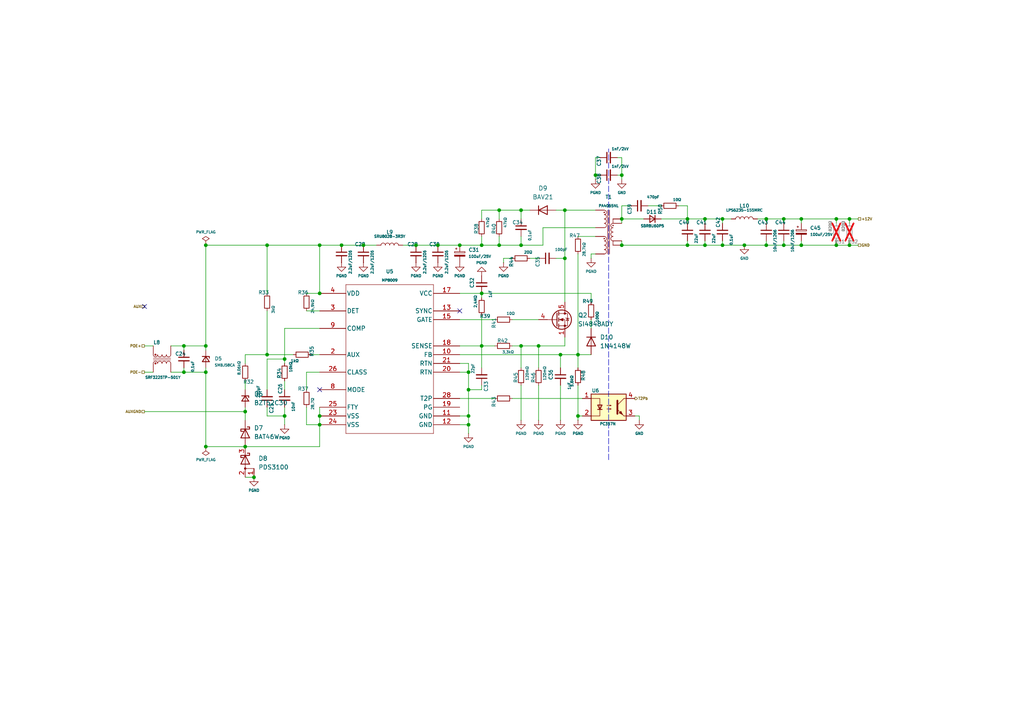
<source format=kicad_sch>
(kicad_sch (version 20250114) (generator "eeschema") (generator_version "9.0")
  (paper "A4")
  (title_block (title "Czujnik parametrów środowiskowych") (date "2026-01-20") (rev "1.0") (company "MarPi82"))
  (junction (at 156.21 100.33))
  (junction (at 227.33 63.5))
  (junction (at 246.38 63.5))
  (junction (at 180.34 63.5))
  (junction (at 105.41 71.12))
  (junction (at 209.55 63.5))
  (junction (at 204.47 71.12))
  (junction (at 59.69 71.12))
  (junction (at 215.9 71.12))
  (junction (at 232.41 71.12))
  (junction (at 172.72 50.8))
  (junction (at 53.34 100.33))
  (junction (at 242.57 63.5))
  (junction (at 144.78 71.12))
  (junction (at 133.35 71.12))
  (junction (at 92.71 71.12))
  (junction (at 199.39 71.12))
  (junction (at 246.38 71.12))
  (junction (at 209.55 71.12))
  (junction (at 127 71.12))
  (junction (at 99.06 71.12))
  (junction (at 139.7 100.33))
  (junction (at 92.71 123.19))
  (junction (at 92.71 85.09))
  (junction (at 242.57 71.12))
  (junction (at 163.83 74.93))
  (junction (at 151.13 60.96))
  (junction (at 71.12 119.38))
  (junction (at 199.39 63.5))
  (junction (at 232.41 63.5))
  (junction (at 82.55 104.14))
  (junction (at 82.55 120.65))
  (junction (at 222.25 63.5))
  (junction (at 135.89 123.19))
  (junction (at 227.33 71.12))
  (junction (at 139.7 85.09))
  (junction (at 222.25 71.12))
  (junction (at 180.34 50.8))
  (junction (at 71.12 129.54))
  (junction (at 151.13 100.33))
  (junction (at 135.89 107.95))
  (junction (at 59.69 100.33))
  (junction (at 135.89 113.03))
  (junction (at 163.83 60.96))
  (junction (at 59.69 129.54))
  (junction (at 151.13 71.12))
  (junction (at 59.69 107.95))
  (junction (at 53.34 107.95))
  (junction (at 92.71 120.65))
  (junction (at 180.34 71.12))
  (junction (at 167.64 102.87))
  (junction (at 204.47 63.5))
  (junction (at 77.47 102.87))
  (junction (at 120.65 71.12))
  (junction (at 167.64 120.65))
  (junction (at 135.89 120.65))
  (junction (at 162.56 102.87))
  (junction (at 77.47 71.12))
  (junction (at 73.66 138.43))
  (junction (at 144.78 60.96))
  (junction (at 139.7 71.12))
  (no_connect (at 92.71 113.03))
  (no_connect (at 41.91 88.9))
  (no_connect (at 133.35 90.17))
  (wire (pts (xy 232.41 71.12) (xy 242.57 71.12)))
  (wire (pts (xy 59.69 106.68) (xy 59.69 107.95)))
  (wire (pts (xy 144.78 60.96) (xy 139.7 60.96)))
  (wire (pts (xy 172.72 52.07) (xy 172.72 50.8)))
  (wire (pts (xy 167.64 68.58) (xy 172.72 68.58)))
  (wire (pts (xy 148.59 92.71) (xy 156.21 92.71)))
  (wire (pts (xy 77.47 118.11) (xy 77.47 120.65)))
  (wire (pts (xy 148.59 74.93) (xy 146.05 74.93)))
  (wire (pts (xy 199.39 69.85) (xy 199.39 71.12)))
  (wire (pts (xy 222.25 71.12) (xy 227.33 71.12)))
  (wire (pts (xy 82.55 123.19) (xy 82.55 120.65)))
  (wire (pts (xy 167.64 120.65) (xy 168.91 120.65)))
  (wire (pts (xy 135.89 107.95) (xy 135.89 113.03)))
  (wire (pts (xy 172.72 45.72) (xy 173.99 45.72)))
  (wire (pts (xy 180.34 59.69) (xy 180.34 63.5)))
  (wire (pts (xy 71.12 102.87) (xy 77.47 102.87)))
  (wire (pts (xy 139.7 113.03) (xy 135.89 113.03)))
  (wire (pts (xy 171.45 85.09) (xy 171.45 87.63)))
  (wire (pts (xy 148.59 115.57) (xy 168.91 115.57)))
  (wire (pts (xy 92.71 95.25) (xy 82.55 95.25)))
  (wire (pts (xy 59.69 107.95) (xy 59.69 129.54)))
  (wire (pts (xy 227.33 63.5) (xy 232.41 63.5)))
  (wire (pts (xy 167.64 111.76) (xy 167.64 120.65)))
  (wire (pts (xy 49.53 100.33) (xy 53.34 100.33)))
  (wire (pts (xy 139.7 113.03) (xy 139.7 111.76)))
  (wire (pts (xy 179.07 45.72) (xy 180.34 45.72)))
  (wire (pts (xy 209.55 71.12) (xy 215.9 71.12)))
  (wire (pts (xy 144.78 60.96) (xy 144.78 63.5)))
  (wire (pts (xy 77.47 113.03) (xy 77.47 104.14)))
  (wire (pts (xy 77.47 71.12) (xy 92.71 71.12)))
  (wire (pts (xy 71.12 119.38) (xy 71.12 121.92)))
  (wire (pts (xy 41.91 100.33) (xy 44.45 100.33)))
  (wire (pts (xy 139.7 100.33) (xy 139.7 106.68)))
  (wire (pts (xy 163.83 100.33) (xy 163.83 97.79)))
  (wire (pts (xy 82.55 110.49) (xy 82.55 113.03)))
  (wire (pts (xy 82.55 118.11) (xy 82.55 120.65)))
  (wire (pts (xy 199.39 71.12) (xy 204.47 71.12)))
  (wire (pts (xy 77.47 71.12) (xy 77.47 85.09)))
  (wire (pts (xy 92.71 129.54) (xy 71.12 129.54)))
  (wire (pts (xy 242.57 63.5) (xy 242.57 64.77)))
  (wire (pts (xy 246.38 63.5) (xy 246.38 64.77)))
  (wire (pts (xy 133.35 107.95) (xy 135.89 107.95)))
  (wire (pts (xy 167.64 102.87) (xy 171.45 102.87)))
  (wire (pts (xy 41.91 107.95) (xy 44.45 107.95)))
  (wire (pts (xy 133.35 92.71) (xy 143.51 92.71)))
  (wire (pts (xy 242.57 71.12) (xy 246.38 71.12)))
  (wire (pts (xy 144.78 71.12) (xy 151.13 71.12)))
  (wire (pts (xy 148.59 100.33) (xy 151.13 100.33)))
  (wire (pts (xy 222.25 63.5) (xy 222.25 64.77)))
  (wire (pts (xy 219.71 63.5) (xy 222.25 63.5)))
  (wire (pts (xy 49.53 107.95) (xy 53.34 107.95)))
  (wire (pts (xy 139.7 85.09) (xy 139.7 86.36)))
  (wire (pts (xy 180.34 45.72) (xy 180.34 50.8)))
  (wire (pts (xy 242.57 69.85) (xy 242.57 71.12)))
  (wire (pts (xy 187.96 59.69) (xy 191.77 59.69)))
  (wire (pts (xy 85.09 102.87) (xy 77.47 102.87)))
  (wire (pts (xy 92.71 120.65) (xy 92.71 123.19)))
  (wire (pts (xy 133.35 115.57) (xy 143.51 115.57)))
  (wire (pts (xy 167.64 102.87) (xy 167.64 106.68)))
  (wire (pts (xy 157.48 66.04) (xy 157.48 71.12)))
  (wire (pts (xy 184.15 120.65) (xy 185.42 120.65)))
  (wire (pts (xy 41.91 119.38) (xy 71.12 119.38)))
  (wire (pts (xy 151.13 100.33) (xy 151.13 106.68)))
  (wire (pts (xy 171.45 73.66) (xy 172.72 73.66)))
  (wire (pts (xy 180.34 69.85) (xy 180.34 71.12)))
  (wire (pts (xy 144.78 68.58) (xy 144.78 71.12)))
  (wire (pts (xy 180.34 63.5) (xy 186.69 63.5)))
  (wire (pts (xy 232.41 63.5) (xy 232.41 64.77)))
  (wire (pts (xy 171.45 92.71) (xy 171.45 95.25)))
  (wire (pts (xy 135.89 113.03) (xy 135.89 120.65)))
  (wire (pts (xy 196.85 59.69) (xy 199.39 59.69)))
  (wire (pts (xy 162.56 102.87) (xy 162.56 106.68)))
  (wire (pts (xy 151.13 60.96) (xy 144.78 60.96)))
  (wire (pts (xy 151.13 111.76) (xy 151.13 121.92)))
  (wire (pts (xy 204.47 63.5) (xy 209.55 63.5)))
  (wire (pts (xy 232.41 69.85) (xy 232.41 71.12)))
  (wire (pts (xy 88.9 107.95) (xy 88.9 113.03)))
  (wire (pts (xy 139.7 71.12) (xy 144.78 71.12)))
  (wire (pts (xy 151.13 71.12) (xy 151.13 68.58)))
  (wire (pts (xy 133.35 102.87) (xy 162.56 102.87)))
  (wire (pts (xy 53.34 100.33) (xy 59.69 100.33)))
  (wire (pts (xy 246.38 71.12) (xy 248.92 71.12)))
  (wire (pts (xy 163.83 60.96) (xy 172.72 60.96)))
  (wire (pts (xy 59.69 100.33) (xy 59.69 101.6)))
  (wire (pts (xy 246.38 63.5) (xy 248.92 63.5)))
  (wire (pts (xy 172.72 50.8) (xy 172.72 45.72)))
  (wire (pts (xy 90.17 102.87) (xy 92.71 102.87)))
  (wire (pts (xy 222.25 63.5) (xy 227.33 63.5)))
  (wire (pts (xy 215.9 71.12) (xy 222.25 71.12)))
  (wire (pts (xy 204.47 63.5) (xy 204.47 64.77)))
  (wire (pts (xy 157.48 71.12) (xy 151.13 71.12)))
  (wire (pts (xy 156.21 100.33) (xy 163.83 100.33)))
  (wire (pts (xy 182.88 59.69) (xy 180.34 59.69)))
  (wire (pts (xy 153.67 74.93) (xy 156.21 74.93)))
  (wire (pts (xy 133.35 105.41) (xy 135.89 105.41)))
  (wire (pts (xy 246.38 69.85) (xy 246.38 71.12)))
  (wire (pts (xy 227.33 69.85) (xy 227.33 71.12)))
  (wire (pts (xy 92.71 107.95) (xy 88.9 107.95)))
  (wire (pts (xy 209.55 69.85) (xy 209.55 71.12)))
  (wire (pts (xy 156.21 100.33) (xy 156.21 106.68)))
  (wire (pts (xy 139.7 85.09) (xy 171.45 85.09)))
  (wire (pts (xy 180.34 71.12) (xy 199.39 71.12)))
  (wire (pts (xy 151.13 100.33) (xy 156.21 100.33)))
  (wire (pts (xy 116.84 71.12) (xy 120.65 71.12)))
  (wire (pts (xy 135.89 120.65) (xy 133.35 120.65)))
  (wire (pts (xy 77.47 120.65) (xy 82.55 120.65)))
  (wire (pts (xy 163.83 74.93) (xy 163.83 87.63)))
  (wire (pts (xy 92.71 123.19) (xy 92.71 129.54)))
  (wire (pts (xy 133.35 71.12) (xy 139.7 71.12)))
  (wire (pts (xy 135.89 125.73) (xy 135.89 123.19)))
  (wire (pts (xy 179.07 50.8) (xy 180.34 50.8)))
  (wire (pts (xy 53.34 107.95) (xy 59.69 107.95)))
  (wire (pts (xy 92.71 118.11) (xy 92.71 120.65)))
  (wire (pts (xy 162.56 111.76) (xy 162.56 121.92)))
  (wire (pts (xy 71.12 105.41) (xy 71.12 102.87)))
  (wire (pts (xy 133.35 100.33) (xy 139.7 100.33)))
  (wire (pts (xy 53.34 100.33) (xy 53.34 101.6)))
  (wire (pts (xy 232.41 63.5) (xy 242.57 63.5)))
  (wire (pts (xy 82.55 95.25) (xy 82.55 104.14)))
  (wire (pts (xy 180.34 63.5) (xy 180.34 64.77)))
  (wire (pts (xy 153.67 60.96) (xy 151.13 60.96)))
  (wire (pts (xy 227.33 71.12) (xy 232.41 71.12)))
  (wire (pts (xy 204.47 71.12) (xy 209.55 71.12)))
  (polyline (pts (xy 176.53 133.35) (xy 176.53 43.18)) (stroke (width 0) (type dash)))
  (wire (pts (xy 53.34 106.68) (xy 53.34 107.95)))
  (wire (pts (xy 161.29 74.93) (xy 163.83 74.93)))
  (wire (pts (xy 71.12 110.49) (xy 71.12 113.03)))
  (wire (pts (xy 146.05 74.93) (xy 146.05 76.2)))
  (wire (pts (xy 127 71.12) (xy 133.35 71.12)))
  (wire (pts (xy 199.39 63.5) (xy 204.47 63.5)))
  (wire (pts (xy 77.47 104.14) (xy 82.55 104.14)))
  (wire (pts (xy 191.77 63.5) (xy 199.39 63.5)))
  (wire (pts (xy 209.55 63.5) (xy 212.09 63.5)))
  (wire (pts (xy 180.34 50.8) (xy 180.34 52.07)))
  (wire (pts (xy 133.35 123.19) (xy 135.89 123.19)))
  (wire (pts (xy 88.9 85.09) (xy 92.71 85.09)))
  (wire (pts (xy 199.39 63.5) (xy 199.39 64.77)))
  (wire (pts (xy 139.7 68.58) (xy 139.7 71.12)))
  (wire (pts (xy 99.06 71.12) (xy 105.41 71.12)))
  (wire (pts (xy 209.55 63.5) (xy 209.55 64.77)))
  (wire (pts (xy 163.83 60.96) (xy 163.83 74.93)))
  (wire (pts (xy 135.89 105.41) (xy 135.89 107.95)))
  (wire (pts (xy 222.25 69.85) (xy 222.25 71.12)))
  (wire (pts (xy 227.33 63.5) (xy 227.33 64.77)))
  (wire (pts (xy 59.69 100.33) (xy 59.69 71.12)))
  (wire (pts (xy 199.39 59.69) (xy 199.39 63.5)))
  (wire (pts (xy 242.57 63.5) (xy 246.38 63.5)))
  (wire (pts (xy 204.47 69.85) (xy 204.47 71.12)))
  (wire (pts (xy 59.69 71.12) (xy 77.47 71.12)))
  (wire (pts (xy 73.66 138.43) (xy 71.12 138.43)))
  (wire (pts (xy 135.89 123.19) (xy 135.89 120.65)))
  (wire (pts (xy 172.72 66.04) (xy 157.48 66.04)))
  (wire (pts (xy 161.29 60.96) (xy 163.83 60.96)))
  (wire (pts (xy 162.56 102.87) (xy 167.64 102.87)))
  (wire (pts (xy 71.12 118.11) (xy 71.12 119.38)))
  (wire (pts (xy 171.45 74.93) (xy 171.45 73.66)))
  (wire (pts (xy 139.7 60.96) (xy 139.7 63.5)))
  (wire (pts (xy 133.35 85.09) (xy 139.7 85.09)))
  (wire (pts (xy 71.12 129.54) (xy 59.69 129.54)))
  (wire (pts (xy 92.71 71.12) (xy 92.71 85.09)))
  (wire (pts (xy 92.71 71.12) (xy 99.06 71.12)))
  (wire (pts (xy 167.64 120.65) (xy 167.64 121.92)))
  (wire (pts (xy 120.65 71.12) (xy 127 71.12)))
  (wire (pts (xy 105.41 71.12) (xy 109.22 71.12)))
  (wire (pts (xy 139.7 91.44) (xy 139.7 100.33)))
  (wire (pts (xy 77.47 102.87) (xy 77.47 90.17)))
  (wire (pts (xy 82.55 104.14) (xy 82.55 105.41)))
  (wire (pts (xy 185.42 120.65) (xy 185.42 121.92)))
  (wire (pts (xy 88.9 123.19) (xy 88.9 118.11)))
  (wire (pts (xy 88.9 90.17) (xy 92.71 90.17)))
  (wire (pts (xy 172.72 50.8) (xy 173.99 50.8)))
  (wire (pts (xy 139.7 100.33) (xy 143.51 100.33)))
  (wire (pts (xy 167.64 102.87) (xy 167.64 73.66)))
  (wire (pts (xy 156.21 111.76) (xy 156.21 121.92)))
  (wire (pts (xy 92.71 123.19) (xy 88.9 123.19)))
  (wire (pts (xy 151.13 60.96) (xy 151.13 63.5)))
  (hierarchical_label "GND" (shape passive) (at 248.92 71.12 0) (effects (font (size 0.762 0.762))))
  (hierarchical_label "POE+" (shape passive) (at 41.91 100.33 180) (effects (font (size 0.762 0.762))))
  (hierarchical_label "AUX" (shape passive) (at 41.91 88.9 180) (effects (font (size 0.762 0.762))))
  (hierarchical_label "T2Pb" (shape output) (at 184.15 115.57 0) (effects (font (size 0.762 0.762))))
  (hierarchical_label "+12V" (shape passive) (at 248.92 63.5 0) (effects (font (size 0.762 0.762))))
  (hierarchical_label "AUXGND" (shape passive) (at 41.91 119.38 180) (effects (font (size 0.762 0.762))))
  (hierarchical_label "POE-" (shape passive) (at 41.91 107.95 180) (effects (font (size 0.762 0.762))))
  (symbol (lib_id "power:GND") (at 167.64 121.92 0) (unit 1)
    (property "Reference" "#PWR064" (effects (hide yes)))
    (property "Value" "PGND" (at 167.64 125.73 0) (effects (font (size 0.762 0.762))))
    (property "Description" "Power symbol creates a global label with name \"GND\" , ground" (effects (hide yes)))
  )
  (symbol (lib_id "Device:C_Small") (at 82.55 115.57 0) (unit 1)
    (property "Reference" "C26" (at 81.28 114.3 90) (effects (font (size 1.016 1.016)) (justify left)))
    (property "Value" "10nF" (at 85.09 119.38 90) (effects (font (size 0.762 0.762)) (justify left)))
    (property "Footprint" "Capacitor_SMD:C_0603_1608Metric" (effects (hide yes)))
    (property "Description" "Unpolarized capacitor, small symbol" (effects (hide yes)))
    (property "DigiKey_Part_Number" "1276-1009-1-ND" (effects (hide yes)))
    (property "Rated_Voltage" "50V" (effects (hide yes)))
    (property "Temperature_Coefficient" "X7R" (effects (hide yes)))
    (property "Manufacturer_Name" "CL10B103KB8NNNC" (effects (hide yes)))
    (property "Manufacturer_Part_Number" "Samsung" (effects (hide yes)))
    (property "PACKAGE" "0603" (effects (hide yes)))
  )
  (symbol (lib_id "Device:C_Small") (at 139.7 82.55 0) (unit 1)
    (property "Reference" "C32" (at 136.906 83.566 90) (effects (font (size 1.016 1.016)) (justify left)))
    (property "Value" "1uF" (at 142.24 86.36 90) (effects (font (size 0.762 0.762)) (justify left)))
    (property "Footprint" "Capacitor_SMD:C_0805_2012Metric" (effects (hide yes)))
    (property "Description" "Unpolarized capacitor, small symbol" (effects (hide yes)))
    (property "DigiKey_Part_Number" "1276-1066-1-ND" (effects (hide yes)))
    (property "Manufacturer_Name" "CL21B105KAFNNNE" (effects (hide yes)))
    (property "Manufacturer_Part_Number" "Samsung" (effects (hide yes)))
    (property "PACKAGE" "0805" (effects (hide yes)))
    (property "Rated_Voltage" "25V" (effects (hide yes)))
    (property "Temperature_Coefficient" "X7R" (effects (hide yes)))
  )
  (symbol (lib_id "MarPi82:MP8009") (at 92.71 87.63 0) (unit 1)
    (property "Reference" "U5" (at 113.03 78.74 0) (effects (font (size 1.016 1.016))))
    (property "Value" "MP8009" (at 113.03 81.28 0) (effects (font (size 0.762 0.762))))
    (property "Footprint" "Package_DFN_QFN:QFN-28-1EP_4x5mm_P0.5mm_EP2.65x3.65mm_ThermalVias" (effects (hide yes)))
    (property "Datasheet" "https://www.monolithicpower.com/en/documentview/productdocument/index/version/2/document_type/Datasheet/lang/en/sku/MP8009GV-Z" (effects (hide yes)))
    (property "Description" "FULLY INTEGRATED, 802.3AF/AT-COM" (effects (hide yes)))
    (property "DigiKey_Part_Number" "1589-MP8009GV-PCT-ND" (effects (hide yes)))
    (property "Manufacturer_Name" "MP8009GV-P" (effects (hide yes)))
    (property "Manufacturer_Part_Number" "Monolithic Power Systems Inc." (effects (hide yes)))
    (property "PACKAGE" "28-VFQFN" (effects (hide yes)))
  )
  (symbol (lib_id "Device:R_Small") (at 151.13 74.93 90) (unit 1)
    (property "Reference" "R44" (at 148.336 77.47 0) (effects (font (size 1.016 1.016)) (justify left)))
    (property "Value" "20Ω" (at 154.432 73.152 90) (effects (font (size 0.762 0.762)) (justify left)))
    (property "Footprint" "Resistor_SMD:R_0805_2012Metric" (effects (hide yes)))
    (property "Description" "Resistor, small symbol" (effects (hide yes)))
    (property "DigiKey_Part_Number" "541-20.0CCT-ND" (effects (hide yes)))
    (property "Power" "0,25W, 1/4W" (effects (hide yes)))
    (property "Tolerance" "1%" (effects (hide yes)))
    (property "Manufacturer_Name" "CRCW080520R0FKEA" (effects (hide yes)))
    (property "Manufacturer_Part_Number" "Vishay Dale" (effects (hide yes)))
    (property "PACKAGE" "0805" (effects (hide yes)))
  )
  (symbol (lib_id "Device:R_Small") (at 82.55 107.95 180) (unit 1)
    (property "Reference" "R34" (at 81.026 106.68 90) (effects (font (size 1.016 1.016)) (justify left)))
    (property "Value" "10kΩ" (at 84.328 104.902 90) (effects (font (size 0.762 0.762)) (justify left)))
    (property "Footprint" "Resistor_SMD:R_0603_1608Metric" (effects (hide yes)))
    (property "Description" "Resistor, small symbol" (effects (hide yes)))
    (property "DigiKey_Part_Number" "541-10.0KHCT-ND" (effects (hide yes)))
    (property "Power" "0.125W, 1/8W" (effects (hide yes)))
    (property "Tolerance" "1%" (effects (hide yes)))
    (property "Manufacturer_Name" "CRCW060310K0FKEA" (effects (hide yes)))
    (property "Manufacturer_Part_Number" "Vishay Dale" (effects (hide yes)))
    (property "PACKAGE" "0603" (effects (hide yes)))
  )
  (symbol (lib_id "Device:D_Zener_Small") (at 59.69 104.14 270) (unit 1)
    (property "Reference" "D5" (at 62.23 104.0129 90) (effects (font (size 1.016 1.016)) (justify left)))
    (property "Value" "SMBJ58CA" (at 62.23 105.918 90) (effects (font (size 0.762 0.762)) (justify left)))
    (property "Footprint" "Diode_SMD:D_SMB" (effects (hide yes)))
    (property "Description" "Zener diode, small symbol" (effects (hide yes)))
    (property "DigiKey_Part_Number" "SMBJ58CA-FDICT-ND" (effects (hide yes)))
    (property "Manufacturer_Name" "SMBJ58CA-13-F" (effects (hide yes)))
    (property "Manufacturer_Part_Number" "Diodes Incorporated" (effects (hide yes)))
    (property "PACKAGE" "DO-214AA, SMB" (effects (hide yes)))
  )
  (symbol (lib_id "Device:R_Small") (at 156.21 109.22 180) (unit 1)
    (property "Reference" "R46" (at 154.686 107.95 90) (effects (font (size 1.016 1.016)) (justify left)))
    (property "Value" "120mΩ" (at 157.988 106.172 90) (effects (font (size 0.762 0.762)) (justify left)))
    (property "Footprint" "Resistor_SMD:R_1206_3216Metric" (effects (hide yes)))
    (property "Description" "Resistor, small symbol" (effects (hide yes)))
    (property "DigiKey_Part_Number" "541-2741-1-ND" (effects (hide yes)))
    (property "Power" "0,5W, 1/2W" (effects (hide yes)))
    (property "Tolerance" "1%" (effects (hide yes)))
    (property "Manufacturer_Name" "RCWE1206R120FKEA" (effects (hide yes)))
    (property "Manufacturer_Part_Number" "Vishay Dale" (effects (hide yes)))
    (property "PACKAGE" "1206" (effects (hide yes)))
  )
  (symbol (lib_id "Device:D_Schottky_AAK") (at 71.12 133.35 270) (unit 1)
    (property "Reference" "D8" (at 74.93 132.9689 90) (effects (justify left)))
    (property "Value" "PDS3100" (at 74.93 135.5089 90) (effects (justify left)))
    (property "Footprint" "Diode_SMD:D_PowerDI-5" (effects (hide yes)))
    (property "Description" "Schottky diode, anode on pins 1 and 2" (effects (hide yes)))
    (property "DigiKey_Part_Number" "PDS3100DICT-ND" (effects (hide yes)))
    (property "Manufacturer_Name" "PDS3100-13" (effects (hide yes)))
    (property "Manufacturer_Part_Number" "Diodes Incorporated" (effects (hide yes)))
    (property "PACKAGE" "POWERDI-5" (effects (hide yes)))
  )
  (symbol (lib_id "Device:R_Small") (at 167.64 109.22 0) (unit 1)
    (property "Reference" "R48" (at 169.164 110.49 90) (effects (font (size 1.016 1.016)) (justify left)))
    (property "Value" "5,6kΩ" (at 165.862 112.268 90) (effects (font (size 0.762 0.762)) (justify left)))
    (property "Footprint" "Resistor_SMD:R_0603_1608Metric" (effects (hide yes)))
    (property "Description" "Resistor, small symbol" (effects (hide yes)))
    (property "DigiKey_Part_Number" "541-5.60KHCT-ND" (effects (hide yes)))
    (property "Power" "0.25W, 1/4W" (effects (hide yes)))
    (property "Tolerance" "1%" (effects (hide yes)))
    (property "Manufacturer_Name" "CRCW06035K60FKEA" (effects (hide yes)))
    (property "Manufacturer_Part_Number" "Vishay Dale" (effects (hide yes)))
    (property "PACKAGE" "0805" (effects (hide yes)))
  )
  (symbol (lib_id "power:GND") (at 133.35 76.2 0) (unit 1)
    (property "Reference" "#PWR057" (effects (hide yes)))
    (property "Value" "PGND" (at 133.35 80.01 0) (effects (font (size 0.762 0.762))))
    (property "Description" "Power symbol creates a global label with name \"GND\" , ground" (effects (hide yes)))
  )
  (symbol (lib_id "Diode:BAV21") (at 157.48 60.96 0) (unit 1)
    (property "Reference" "D9" (at 157.48 54.61 0))
    (property "Value" "BAV21" (at 157.48 57.15 0))
    (property "Footprint" "Diode_SMD:D_SOD-123" (effects (hide yes)))
    (property "Datasheet" "http://www.vishay.com/docs/85543/bav17.pdf" (effects (hide yes)))
    (property "Description" "200V 0.25A Small Signal Switching Diode, High Voltage, DO-35" (effects (hide yes)))
    (property "Sim.Device" "D" (effects (hide yes)))
    (property "Sim.Pins" "1=K 2=A" (effects (hide yes)))
    (property "DigiKey_Part_Number" "BAV21W-FDICT-ND" (effects (hide yes)))
    (property "Manufacturer_Name" "BAV21W-7-F" (effects (hide yes)))
    (property "Manufacturer_Part_Number" "Diodes Incorporated" (effects (hide yes)))
    (property "PACKAGE" "SOD-123" (effects (hide yes)))
  )
  (symbol (lib_id "Device:R_Small") (at 246.38 67.31 180) (unit 1) (dnp yes)
    (property "Reference" "R52" (at 248.92 70.104 0) (effects (font (size 1.016 1.016)) (justify left)))
    (property "Value" "820Ω" (at 244.602 64.008 90) (effects (font (size 0.762 0.762)) (justify left)))
    (property "Footprint" "Resistor_SMD:R_1206_3216Metric" (effects (hide yes)))
    (property "Description" "Resistor, small symbol" (effects (hide yes)))
    (property "DigiKey_Part_Number" "541-820UCT-ND" (effects (hide yes)))
    (property "Power" "0.75W, 3/4W" (effects (hide yes)))
    (property "Tolerance" "1%" (effects (hide yes)))
    (property "Manufacturer_Name" "CRCW1206820RFKEAHP" (effects (hide yes)))
    (property "Manufacturer_Part_Number" "Vishay Dale" (effects (hide yes)))
    (property "PACKAGE" "1206" (effects (hide yes)))
  )
  (symbol (lib_id "Device:C_Small") (at 227.33 67.31 0) (unit 1)
    (property "Reference" "C44" (at 224.79 64.516 0) (effects (font (size 1.016 1.016)) (justify left)))
    (property "Value" "10uF/1206" (at 229.87 73.152 90) (effects (font (size 0.762 0.762)) (justify left)))
    (property "Footprint" "Capacitor_SMD:C_1210_3225Metric" (effects (hide yes)))
    (property "Description" "Unpolarized capacitor, small symbol" (effects (hide yes)))
    (property "DigiKey_Part_Number" "445-3942-1-ND" (effects (hide yes)))
    (property "Rated_Voltage" "25V" (effects (hide yes)))
    (property "Temperature_Coefficient" "X7R" (effects (hide yes)))
    (property "Manufacturer_Name" "C3225X7R1E106K250AC" (effects (hide yes)))
    (property "Manufacturer_Part_Number" "TDK" (effects (hide yes)))
    (property "PACKAGE" "1210" (effects (hide yes)))
  )
  (symbol (lib_id "Device:R_Small") (at 151.13 109.22 180) (unit 1)
    (property "Reference" "R45" (at 149.606 107.95 90) (effects (font (size 1.016 1.016)) (justify left)))
    (property "Value" "120mΩ" (at 152.908 106.172 90) (effects (font (size 0.762 0.762)) (justify left)))
    (property "Footprint" "Resistor_SMD:R_1206_3216Metric" (effects (hide yes)))
    (property "Description" "Resistor, small symbol" (effects (hide yes)))
    (property "DigiKey_Part_Number" "541-2741-1-ND" (effects (hide yes)))
    (property "Power" "0,5W, 1/2W" (effects (hide yes)))
    (property "Tolerance" "1%" (effects (hide yes)))
    (property "Manufacturer_Name" "RCWE1206R120FKEA" (effects (hide yes)))
    (property "Manufacturer_Part_Number" "Vishay Dale" (effects (hide yes)))
    (property "PACKAGE" "1206" (effects (hide yes)))
  )
  (symbol (lib_id "MarPi82:SRF3225TAC_BRN") (at 40.64 100.33 0) (unit 1)
    (property "Reference" "L8" (at 45.466 99.314 0) (effects (font (size 1.016 1.016))))
    (property "Value" "SRF3225TP-501Y" (at 47.244 109.474 0) (effects (font (size 0.762 0.762))))
    (property "Footprint" "MarPi82:SRF3225TAC_BRN" (effects (hide yes)))
    (property "Datasheet" "SRF3225TAC_BRN" (effects (hide yes)))
    (property "DigiKey_Part_Number" "118-SRF3225TP-501YCT-ND" (effects (hide yes)))
    (property "Manufacturer_Name" "SRF3225TP-501Y" (effects (hide yes)))
    (property "Manufacturer_Part_Number" "Bourns Inc." (effects (hide yes)))
  )
  (symbol (lib_id "power:GND") (at 171.45 74.93 0) (unit 1)
    (property "Reference" "#PWR065" (effects (hide yes)))
    (property "Value" "PGND" (at 171.45 78.74 0) (effects (font (size 0.762 0.762))))
    (property "Description" "Power symbol creates a global label with name \"GND\" , ground" (effects (hide yes)))
  )
  (symbol (lib_id "Device:C_Small") (at 53.34 104.14 0) (unit 1)
    (property "Reference" "C24" (at 50.8 102.616 0) (effects (font (size 1.016 1.016)) (justify left)))
    (property "Value" "0,1uF" (at 55.88 107.95 90) (effects (font (size 0.762 0.762)) (justify left)))
    (property "Footprint" "Capacitor_SMD:C_0805_2012Metric" (effects (hide yes)))
    (property "Description" "Unpolarized capacitor, small symbol" (effects (hide yes)))
    (property "DigiKey_Part_Number" "1276-6840-1-ND" (effects (hide yes)))
    (property "Manufacturer_Name" "CL21B104KCFNNNE" (effects (hide yes)))
    (property "Manufacturer_Part_Number" "Samsung" (effects (hide yes)))
    (property "PACKAGE" "0805" (effects (hide yes)))
    (property "Rated_Voltage" "100V" (effects (hide yes)))
    (property "Temperature_Coefficient" "X7R" (effects (hide yes)))
  )
  (symbol (lib_id "Device:L") (at 113.03 71.12 90) (unit 1)
    (property "Reference" "L9" (at 113.03 67.31 90) (effects (font (size 1.016 1.016))))
    (property "Value" "SRU8028-3R3Y" (at 113.03 68.58 90) (effects (font (size 0.762 0.762))))
    (property "Footprint" "Inductor_SMD:L_Bourns-SRU8028_8.0x8.0mm" (effects (hide yes)))
    (property "Description" "Inductor" (effects (hide yes)))
    (property "DigiKey_Part_Number" "SRU8028-3R3YCT-ND" (effects (hide yes)))
    (property "Manufacturer_Name" "SRU8028-3R3Y" (effects (hide yes)))
    (property "Manufacturer_Part_Number" "Bourns Inc." (effects (hide yes)))
  )
  (symbol (lib_id "Device:R_Small") (at 146.05 100.33 90) (unit 1)
    (property "Reference" "R42" (at 147.32 98.806 90) (effects (font (size 1.016 1.016)) (justify left)))
    (property "Value" "3,3kΩ" (at 149.098 102.108 90) (effects (font (size 0.762 0.762)) (justify left)))
    (property "Footprint" "Resistor_SMD:R_0603_1608Metric" (effects (hide yes)))
    (property "Description" "Resistor, small symbol" (effects (hide yes)))
    (property "DigiKey_Part_Number" "541-3.30KHCT-ND" (effects (hide yes)))
    (property "Power" "0.25W, 1/4W" (effects (hide yes)))
    (property "Tolerance" "1%" (effects (hide yes)))
    (property "Manufacturer_Name" "CRCW06033K30FKEA" (effects (hide yes)))
    (property "Manufacturer_Part_Number" "Vishay Dale" (effects (hide yes)))
    (property "PACKAGE" "0805" (effects (hide yes)))
  )
  (symbol (lib_id "Device:R_Small") (at 88.9 87.63 0) (unit 1)
    (property "Reference" "R36" (at 86.36 84.836 0) (effects (font (size 1.016 1.016)) (justify left)))
    (property "Value" "24,9kΩ" (at 90.678 90.932 90) (effects (font (size 0.762 0.762)) (justify left)))
    (property "Footprint" "Resistor_SMD:R_0603_1608Metric" (effects (hide yes)))
    (property "Description" "Resistor, small symbol" (effects (hide yes)))
    (property "DigiKey_Part_Number" "541-24.9KHCT-ND" (effects (hide yes)))
    (property "Power" "0.125W, 1/8W" (effects (hide yes)))
    (property "Tolerance" "1%" (effects (hide yes)))
    (property "Manufacturer_Name" "CRCW060324K9FKEA" (effects (hide yes)))
    (property "Manufacturer_Part_Number" "Vishay Dale" (effects (hide yes)))
    (property "PACKAGE" "0603" (effects (hide yes)))
  )
  (symbol (lib_id "power:GND") (at 185.42 121.92 0) (unit 1)
    (property "Reference" "#PWR068" (effects (hide yes)))
    (property "Value" "GND" (at 185.42 125.73 0) (effects (font (size 0.762 0.762))))
    (property "Description" "Power symbol creates a global label with name \"GND\" , ground" (effects (hide yes)))
  )
  (symbol (lib_id "Device:C_Polarized_Small") (at 232.41 67.31 0) (unit 1)
    (property "Reference" "C45" (at 234.95 66.1288 0) (effects (font (size 1.016 1.016)) (justify left)))
    (property "Value" "100uF/25V" (at 234.95 68.0339 0) (effects (font (size 0.762 0.762)) (justify left)))
    (property "Footprint" "Capacitor_SMD:CP_Elec_8x10" (effects (hide yes)))
    (property "Description" "Polarized capacitor, small symbol" (effects (hide yes)))
    (property "DigiKey_Part_Number" "PCE4003CT-ND" (effects (hide yes)))
    (property "Rated_Voltage" "25V" (effects (hide yes)))
    (property "Manufacturer_Name" "EEE-FC1E101P" (effects (hide yes)))
    (property "Manufacturer_Part_Number" "Panasonic" (effects (hide yes)))
    (property "PACKAGE" "SMT Radial F" (effects (hide yes)))
  )
  (symbol (lib_id "Diode:1N4148W") (at 171.45 99.06 270) (unit 1)
    (property "Reference" "D10" (at 173.99 97.7899 90) (effects (justify left)))
    (property "Value" "1N4148W" (at 173.99 100.3299 90) (effects (justify left)))
    (property "Footprint" "Diode_SMD:D_SOD-123" (effects (hide yes)))
    (property "Datasheet" "https://www.vishay.com/docs/85748/1n4148w.pdf" (effects (hide yes)))
    (property "Description" "75V 0.15A Fast Switching Diode, SOD-123" (effects (hide yes)))
    (property "Sim.Device" "D" (effects (hide yes)))
    (property "Sim.Pins" "1=K 2=A" (effects (hide yes)))
    (property "DigiKey_Part_Number" "31-1N4148W-7-F-WCT-ND" (effects (hide yes)))
    (property "Manufacturer_Name" "1N4148W-7-F-W" (effects (hide yes)))
    (property "Manufacturer_Part_Number" "Diodes Incorporated" (effects (hide yes)))
    (property "PACKAGE" "SOD-123" (effects (hide yes)))
  )
  (symbol (lib_id "Device:C_Small") (at 185.42 59.69 90) (unit 1)
    (property "Reference" "C39" (at 182.626 62.23 0) (effects (font (size 1.016 1.016)) (justify left)))
    (property "Value" "470pF" (at 191.262 57.15 90) (effects (font (size 0.762 0.762)) (justify left)))
    (property "Footprint" "Capacitor_SMD:C_0603_1608Metric" (effects (hide yes)))
    (property "Description" "Unpolarized capacitor, small symbol" (effects (hide yes)))
    (property "DigiKey_Part_Number" "1276-6700-1-ND" (effects (hide yes)))
    (property "Rated_Voltage" "100V" (effects (hide yes)))
    (property "Temperature_Coefficient" "X7R" (effects (hide yes)))
    (property "Manufacturer_Name" "CL10B471KC8WPNC" (effects (hide yes)))
    (property "Manufacturer_Part_Number" "Samsung" (effects (hide yes)))
    (property "PACKAGE" "0603" (effects (hide yes)))
  )
  (symbol (lib_id "power:GND") (at 215.9 71.12 0) (unit 1)
    (property "Reference" "#PWR069" (effects (hide yes)))
    (property "Value" "GND" (at 215.9 74.93 0) (effects (font (size 0.762 0.762))))
    (property "Description" "Power symbol creates a global label with name \"GND\" , ground" (effects (hide yes)))
  )
  (symbol (lib_id "Device:C_Polarized_Small") (at 133.35 73.66 0) (unit 1)
    (property "Reference" "C31" (at 135.89 72.4788 0) (effects (font (size 1.016 1.016)) (justify left)))
    (property "Value" "100uF/25V" (at 135.89 74.3839 0) (effects (font (size 0.762 0.762)) (justify left)))
    (property "Footprint" "Capacitor_SMD:CP_Elec_8x10" (effects (hide yes)))
    (property "Description" "Polarized capacitor, small symbol" (effects (hide yes)))
    (property "DigiKey_Part_Number" "PCE4003CT-ND" (effects (hide yes)))
    (property "Rated_Voltage" "25V" (effects (hide yes)))
    (property "Manufacturer_Name" "EEE-FC1E101P" (effects (hide yes)))
    (property "Manufacturer_Part_Number" "Panasonic" (effects (hide yes)))
    (property "PACKAGE" "SMT Radial F" (effects (hide yes)))
  )
  (symbol (lib_id "Device:R_Small") (at 88.9 115.57 0) (unit 1)
    (property "Reference" "R37" (at 86.36 112.776 0) (effects (font (size 1.016 1.016)) (justify left)))
    (property "Value" "28,7Ω" (at 90.678 118.872 90) (effects (font (size 0.762 0.762)) (justify left)))
    (property "Footprint" "Resistor_SMD:R_0603_1608Metric" (effects (hide yes)))
    (property "Description" "Resistor, small symbol" (effects (hide yes)))
    (property "DigiKey_Part_Number" "541-28.7HCT-ND" (effects (hide yes)))
    (property "Power" "0.125W, 1/8W" (effects (hide yes)))
    (property "Tolerance" "1%" (effects (hide yes)))
    (property "Manufacturer_Name" "CRCW060328R7FKEA" (effects (hide yes)))
    (property "Manufacturer_Part_Number" "Vishay Dale" (effects (hide yes)))
    (property "PACKAGE" "0603" (effects (hide yes)))
  )
  (symbol (lib_id "Device:C_Small") (at 176.53 45.72 90) (unit 1)
    (property "Reference" "C37" (at 173.736 48.26 0) (effects (font (size 1.016 1.016)) (justify left)))
    (property "Value" "1nF/2kV" (at 182.372 43.18 90) (effects (font (size 0.762 0.762)) (justify left)))
    (property "Footprint" "Capacitor_SMD:C_1812_4532Metric" (effects (hide yes)))
    (property "Description" "Unpolarized capacitor, small symbol" (effects (hide yes)))
    (property "DigiKey_Part_Number" "399-C1812C102KGRACTUCT-ND" (effects (hide yes)))
    (property "Manufacturer_Name" "C1812C102KGRACTU" (effects (hide yes)))
    (property "Manufacturer_Part_Number" "Kemet" (effects (hide yes)))
    (property "PACKAGE" "1812" (effects (hide yes)))
    (property "Rated_Voltage" "2kV" (effects (hide yes)))
    (property "Temperature_Coefficient" "X7R" (effects (hide yes)))
  )
  (symbol (lib_id "Isolator:PC817") (at 176.53 118.11 0) (unit 1)
    (property "Reference" "U6" (at 172.72 113.284 0) (effects (font (size 1.016 1.016))))
    (property "Value" "PC357N" (at 176.276 122.936 0) (effects (font (size 0.762 0.762))))
    (property "Footprint" "Package_SO:SOIC-4_4.55x3.7mm_P2.54mm" (effects (hide yes)))
    (property "Description" "Optoisolator Transistor Output 3750Vrms 1 Channel 4-Mini-Flat" (effects (hide yes)))
    (property "DigiKey_Part_Number" "1855-1022-1-ND" (effects (hide yes)))
    (property "Manufacturer_Name" "PC357N4J000F" (effects (hide yes)))
    (property "Manufacturer_Part_Number" "SHARP/Socle Technology" (effects (hide yes)))
    (property "PACKAGE" "4-SMD, Gull Wing" (effects (hide yes)))
  )
  (symbol (lib_id "Device:R_Small") (at 139.7 88.9 180) (unit 1)
    (property "Reference" "R39" (at 142.24 91.694 0) (effects (font (size 1.016 1.016)) (justify left)))
    (property "Value" "2,4MΩ" (at 137.922 85.598 90) (effects (font (size 0.762 0.762)) (justify left)))
    (property "Footprint" "Resistor_SMD:R_0603_1608Metric" (effects (hide yes)))
    (property "Description" "Resistor, small symbol" (effects (hide yes)))
    (property "DigiKey_Part_Number" "541-2.40MHCT-ND" (effects (hide yes)))
    (property "Power" "0.125W, 1/8W" (effects (hide yes)))
    (property "Tolerance" "1%" (effects (hide yes)))
    (property "Manufacturer_Name" "CRCW06032M40FKEA" (effects (hide yes)))
    (property "Manufacturer_Part_Number" "Vishay Dale" (effects (hide yes)))
    (property "PACKAGE" "0603" (effects (hide yes)))
  )
  (symbol (lib_id "power:PWR_FLAG") (at 59.69 129.54 180) (unit 1)
    (property "Reference" "#FLG012" (effects (hide yes)))
    (property "Value" "PWR_FLAG" (at 59.69 133.35 0) (effects (font (size 0.762 0.762))))
    (property "Description" "Special symbol for telling ERC where power comes from" (effects (hide yes)))
  )
  (symbol (lib_id "Device:C_Small") (at 222.25 67.31 0) (unit 1)
    (property "Reference" "C43" (at 219.71 64.516 0) (effects (font (size 1.016 1.016)) (justify left)))
    (property "Value" "10uF/1206" (at 224.79 73.152 90) (effects (font (size 0.762 0.762)) (justify left)))
    (property "Footprint" "Capacitor_SMD:C_1210_3225Metric" (effects (hide yes)))
    (property "Description" "Unpolarized capacitor, small symbol" (effects (hide yes)))
    (property "DigiKey_Part_Number" "445-3942-1-ND" (effects (hide yes)))
    (property "Rated_Voltage" "25V" (effects (hide yes)))
    (property "Temperature_Coefficient" "X7R" (effects (hide yes)))
    (property "Manufacturer_Name" "C3225X7R1E106K250AC" (effects (hide yes)))
    (property "Manufacturer_Part_Number" "TDK" (effects (hide yes)))
    (property "PACKAGE" "1210" (effects (hide yes)))
  )
  (symbol (lib_id "Device:C_Small") (at 120.65 73.66 0) (unit 1)
    (property "Reference" "C29" (at 118.11 70.866 0) (effects (font (size 1.016 1.016)) (justify left)))
    (property "Value" "2.2uF/1206" (at 123.19 79.502 90) (effects (font (size 0.762 0.762)) (justify left)))
    (property "Footprint" "Capacitor_SMD:C_1210_3225Metric" (effects (hide yes)))
    (property "Description" "Unpolarized capacitor, small symbol" (effects (hide yes)))
    (property "DigiKey_Part_Number" "1276-CL32B225KCJSNWECT-ND" (effects (hide yes)))
    (property "Rated_Voltage" "100V" (effects (hide yes)))
    (property "Temperature_Coefficient" "X7R" (effects (hide yes)))
    (property "Manufacturer_Name" "CL32B225KCJSNWE" (effects (hide yes)))
    (property "Manufacturer_Part_Number" "Samsung" (effects (hide yes)))
    (property "PACKAGE" "1210" (effects (hide yes)))
  )
  (symbol (lib_id "Device:D_Small") (at 189.23 63.5 180) (unit 1)
    (property "Reference" "D11" (at 188.976 61.468 0) (effects (font (size 1.016 1.016))))
    (property "Value" "SBR8U60P5" (at 189.23 65.532 0) (effects (font (size 0.762 0.762))))
    (property "Footprint" "Diode_SMD:D_PowerDI-5" (effects (hide yes)))
    (property "Description" "Diode, small symbol" (effects (hide yes)))
    (property "Sim.Device" "D" (effects (hide yes)))
    (property "Sim.Pins" "1=K 2=A" (effects (hide yes)))
    (property "DigiKey_Part_Number" "SBR8U60P5-7DICT-ND" (effects (hide yes)))
    (property "Manufacturer_Name" "SBR8U60P5-7" (effects (hide yes)))
    (property "Manufacturer_Part_Number" "Diodes Incorporated" (effects (hide yes)))
    (property "PACKAGE" "POWERDI-5" (effects (hide yes)))
  )
  (symbol (lib_id "power:GND") (at 82.55 123.19 0) (unit 1)
    (property "Reference" "#PWR052" (effects (hide yes)))
    (property "Value" "PGND" (at 82.55 127 0) (effects (font (size 0.762 0.762))))
    (property "Description" "Power symbol creates a global label with name \"GND\" , ground" (effects (hide yes)))
  )
  (symbol (lib_id "Device:C_Small") (at 204.47 67.31 0) (unit 1)
    (property "Reference" "C41" (at 201.93 64.516 0) (effects (font (size 1.016 1.016)) (justify left)))
    (property "Value" "22uF" (at 207.01 70.612 90) (effects (font (size 0.762 0.762)) (justify left)))
    (property "Footprint" "Capacitor_SMD:C_1210_3225Metric" (effects (hide yes)))
    (property "Description" "Unpolarized capacitor, small symbol" (effects (hide yes)))
    (property "DigiKey_Part_Number" "1276-3392-1-ND" (effects (hide yes)))
    (property "Manufacturer_Name" "CL32B226KAJNNNE" (effects (hide yes)))
    (property "Manufacturer_Part_Number" "Samsung" (effects (hide yes)))
    (property "PACKAGE" "2110" (effects (hide yes)))
    (property "Rated_Voltage" "25V" (effects (hide yes)))
    (property "Temperature_Coefficient" "X7R" (effects (hide yes)))
  )
  (symbol (lib_id "MarPi82:PA4065NL") (at 172.72 60.96 0) (unit 1)
    (property "Reference" "T1" (at 176.53 57.15 0) (effects (font (size 1.016 1.016))))
    (property "Value" "PA4065NL" (at 176.53 59.69 0) (effects (font (size 0.762 0.762))))
    (property "Footprint" "MarPi82:PA4065NL" (effects (hide yes)))
    (property "Datasheet" "https://www.mouser.de/datasheet/2/447/P675-2903965.pdf" (effects (hide yes)))
    (property "Description" "Switching Transformer 1.58:1:1 0.075Ohm/0.41Ohm Prim. DCR 0.04Ohm Sec. DCR 10Term. Gull Wing SMD" (effects (hide yes)))
    (property "Height" "12.32" (effects (hide yes)))
    (property "Manufacturer_Name" "YAGEO" (effects (hide yes)))
    (property "Manufacturer_Part_Number" "PA4065NL" (effects (hide yes)))
    (property "Mouser Part Number" "N/A" (effects (hide yes)))
    (property "Mouser Price/Stock" "https://www.mouser.com/Search/Refine.aspx?Keyword=N%2FA" (effects (hide yes)))
    (property "Arrow Part Number" "PA4065NL" (effects (hide yes)))
    (property "Arrow Price/Stock" "https://www.arrow.com/en/products/pa4065nl/pulse-electronics-corporation" (effects (hide yes)))
    (property "DigiKey_Part_Number" "PA4065NL-ND" (effects (hide yes)))
  )
  (symbol (lib_id "power:GND") (at 105.41 76.2 0) (unit 1)
    (property "Reference" "#PWR054" (effects (hide yes)))
    (property "Value" "PGND" (at 105.41 80.01 0) (effects (font (size 0.762 0.762))))
    (property "Description" "Power symbol creates a global label with name \"GND\" , ground" (effects (hide yes)))
  )
  (symbol (lib_id "Device:C_Small") (at 158.75 74.93 90) (unit 1)
    (property "Reference" "C35" (at 155.956 77.47 0) (effects (font (size 1.016 1.016)) (justify left)))
    (property "Value" "100pF" (at 164.592 72.39 90) (effects (font (size 0.762 0.762)) (justify left)))
    (property "Footprint" "Capacitor_SMD:C_0805_2012Metric" (effects (hide yes)))
    (property "Description" "Unpolarized capacitor, small symbol" (effects (hide yes)))
    (property "DigiKey_Part_Number" "4713-CHV0805N250101KXTCT-ND" (effects (hide yes)))
    (property "Rated_Voltage" "250V" (effects (hide yes)))
    (property "Temperature_Coefficient" "X7R" (effects (hide yes)))
    (property "Manufacturer_Name" "CHV0805N250101KXT" (effects (hide yes)))
    (property "Manufacturer_Part_Number" "Cal-Chip Electronics, Inc." (effects (hide yes)))
    (property "PACKAGE" "0805" (effects (hide yes)))
  )
  (symbol (lib_id "Device:C_Small") (at 127 73.66 0) (unit 1)
    (property "Reference" "C30" (at 124.46 70.866 0) (effects (font (size 1.016 1.016)) (justify left)))
    (property "Value" "2.2uF/1206" (at 129.54 79.502 90) (effects (font (size 0.762 0.762)) (justify left)))
    (property "Footprint" "Capacitor_SMD:C_1210_3225Metric" (effects (hide yes)))
    (property "Description" "Unpolarized capacitor, small symbol" (effects (hide yes)))
    (property "DigiKey_Part_Number" "1276-CL32B225KCJSNWECT-ND" (effects (hide yes)))
    (property "Rated_Voltage" "100V" (effects (hide yes)))
    (property "Temperature_Coefficient" "X7R" (effects (hide yes)))
    (property "Manufacturer_Name" "CL32B225KCJSNWE" (effects (hide yes)))
    (property "Manufacturer_Part_Number" "Samsung" (effects (hide yes)))
    (property "PACKAGE" "1210" (effects (hide yes)))
  )
  (symbol (lib_id "Device:C_Small") (at 105.41 73.66 0) (unit 1)
    (property "Reference" "C28" (at 102.87 70.866 0) (effects (font (size 1.016 1.016)) (justify left)))
    (property "Value" "2.2uF/1206" (at 107.95 79.502 90) (effects (font (size 0.762 0.762)) (justify left)))
    (property "Footprint" "Capacitor_SMD:C_1210_3225Metric" (effects (hide yes)))
    (property "Description" "Unpolarized capacitor, small symbol" (effects (hide yes)))
    (property "DigiKey_Part_Number" "1276-CL32B225KCJSNWECT-ND" (effects (hide yes)))
    (property "Rated_Voltage" "100V" (effects (hide yes)))
    (property "Temperature_Coefficient" "X7R" (effects (hide yes)))
    (property "Manufacturer_Name" "CL32B225KCJSNWE" (effects (hide yes)))
    (property "Manufacturer_Part_Number" "Samsung" (effects (hide yes)))
    (property "PACKAGE" "1210" (effects (hide yes)))
  )
  (symbol (lib_id "Device:C_Small") (at 151.13 66.04 0) (unit 1)
    (property "Reference" "C34" (at 148.59 64.516 0) (effects (font (size 1.016 1.016)) (justify left)))
    (property "Value" "0,1uF" (at 153.67 69.85 90) (effects (font (size 0.762 0.762)) (justify left)))
    (property "Footprint" "Capacitor_SMD:C_0805_2012Metric" (effects (hide yes)))
    (property "Description" "Unpolarized capacitor, small symbol" (effects (hide yes)))
    (property "DigiKey_Part_Number" "1276-6840-1-ND" (effects (hide yes)))
    (property "Manufacturer_Name" "CL21B104KCFNNNE" (effects (hide yes)))
    (property "Manufacturer_Part_Number" "Samsung" (effects (hide yes)))
    (property "PACKAGE" "0805" (effects (hide yes)))
    (property "Rated_Voltage" "100V" (effects (hide yes)))
    (property "Temperature_Coefficient" "X7R" (effects (hide yes)))
  )
  (symbol (lib_id "power:GND") (at 156.21 121.92 0) (unit 1)
    (property "Reference" "#PWR062" (effects (hide yes)))
    (property "Value" "PGND" (at 156.21 125.73 0) (effects (font (size 0.762 0.762))))
    (property "Description" "Power symbol creates a global label with name \"GND\" , ground" (effects (hide yes)))
  )
  (symbol (lib_id "Device:R_Small") (at 87.63 102.87 270) (unit 1)
    (property "Reference" "R35" (at 90.424 100.33 0) (effects (font (size 1.016 1.016)) (justify left)))
    (property "Value" "1kΩ" (at 84.328 104.648 90) (effects (font (size 0.762 0.762)) (justify left)))
    (property "Footprint" "Resistor_SMD:R_0603_1608Metric" (effects (hide yes)))
    (property "Description" "Resistor, small symbol" (effects (hide yes)))
    (property "DigiKey_Part_Number" "541-1.00KHCT-ND" (effects (hide yes)))
    (property "Power" "0.125W, 1/8W" (effects (hide yes)))
    (property "Tolerance" "1%" (effects (hide yes)))
    (property "Manufacturer_Name" "CRCW06031K00FKEA" (effects (hide yes)))
    (property "Manufacturer_Part_Number" "Vishay Dale" (effects (hide yes)))
    (property "PACKAGE" "0603" (effects (hide yes)))
  )
  (symbol (lib_id "power:GND") (at 73.66 138.43 0) (unit 1)
    (property "Reference" "#PWR051" (effects (hide yes)))
    (property "Value" "PGND" (at 73.66 142.24 0) (effects (font (size 0.762 0.762))))
    (property "Description" "Power symbol creates a global label with name \"GND\" , ground" (effects (hide yes)))
  )
  (symbol (lib_id "power:GND") (at 120.65 76.2 0) (unit 1)
    (property "Reference" "#PWR055" (effects (hide yes)))
    (property "Value" "PGND" (at 120.65 80.01 0) (effects (font (size 0.762 0.762))))
    (property "Description" "Power symbol creates a global label with name \"GND\" , ground" (effects (hide yes)))
  )
  (symbol (lib_id "Device:C_Small") (at 209.55 67.31 0) (unit 1)
    (property "Reference" "C42" (at 208.28 66.04 90) (effects (font (size 1.016 1.016)) (justify left)))
    (property "Value" "0,1uF" (at 212.09 71.12 90) (effects (font (size 0.762 0.762)) (justify left)))
    (property "Footprint" "Capacitor_SMD:C_0603_1608Metric" (effects (hide yes)))
    (property "Description" "Unpolarized capacitor, small symbol" (effects (hide yes)))
    (property "DigiKey_Part_Number" "1276-1018-1-ND" (effects (hide yes)))
    (property "Manufacturer_Name" "CL10B102KB8NNNC" (effects (hide yes)))
    (property "Manufacturer_Part_Number" "Samsung" (effects (hide yes)))
    (property "PACKAGE" "0603" (effects (hide yes)))
    (property "Rated_Voltage" "50V" (effects (hide yes)))
    (property "Temperature_Coefficient" "X7R" (effects (hide yes)))
  )
  (symbol (lib_id "power:GND") (at 99.06 76.2 0) (unit 1)
    (property "Reference" "#PWR053" (effects (hide yes)))
    (property "Value" "PGND" (at 99.06 80.01 0) (effects (font (size 0.762 0.762))))
    (property "Description" "Power symbol creates a global label with name \"GND\" , ground" (effects (hide yes)))
  )
  (symbol (lib_id "Device:C_Small") (at 99.06 73.66 0) (unit 1)
    (property "Reference" "C27" (effects (hide yes)))
    (property "Value" "2.2uF/1206" (at 101.6 79.502 90) (effects (font (size 0.762 0.762)) (justify left)))
    (property "Footprint" "Capacitor_SMD:C_1210_3225Metric" (effects (hide yes)))
    (property "Description" "Unpolarized capacitor, small symbol" (effects (hide yes)))
    (property "DigiKey_Part_Number" "1276-CL32B225KCJSNWECT-ND" (effects (hide yes)))
    (property "Rated_Voltage" "100V" (effects (hide yes)))
    (property "Temperature_Coefficient" "X7R" (effects (hide yes)))
    (property "Manufacturer_Name" "CL32B225KCJSNWE" (effects (hide yes)))
    (property "Manufacturer_Part_Number" "Samsung" (effects (hide yes)))
    (property "PACKAGE" "1210" (effects (hide yes)))
  )
  (symbol (lib_id "power:GND") (at 127 76.2 0) (unit 1)
    (property "Reference" "#PWR056" (effects (hide yes)))
    (property "Value" "PGND" (at 127 80.01 0) (effects (font (size 0.762 0.762))))
    (property "Description" "Power symbol creates a global label with name \"GND\" , ground" (effects (hide yes)))
  )
  (symbol (lib_id "Diode:BAT46") (at 71.12 125.73 270) (unit 1)
    (property "Reference" "D7" (at 73.66 124.1424 90) (effects (justify left)))
    (property "Value" "BAT46W" (at 73.66 126.6824 90) (effects (justify left)))
    (property "Footprint" "Diode_SMD:D_SOD-123" (effects (hide yes)))
    (property "Datasheet" "http://www.vishay.com/docs/85662/bat46.pdf" (effects (hide yes)))
    (property "Description" "100V 0.15A Small Signal Schottky Diode, DO-35" (effects (hide yes)))
    (property "DigiKey_Part_Number" "BAT46W-E3-18GICT-ND" (effects (hide yes)))
    (property "Manufacturer_Name" "BAT46W-E3-18" (effects (hide yes)))
    (property "Manufacturer_Part_Number" "Vishay General Semiconductor - Diodes Division" (effects (hide yes)))
    (property "PACKAGE" "SOD-123" (effects (hide yes)))
  )
  (symbol (lib_id "Device:R_Small") (at 171.45 90.17 0) (unit 1)
    (property "Reference" "R49" (at 168.91 87.376 0) (effects (font (size 1.016 1.016)) (justify left)))
    (property "Value" "100Ω" (at 173.228 93.472 90) (effects (font (size 0.762 0.762)) (justify left)))
    (property "Footprint" "Resistor_SMD:R_0603_1608Metric" (effects (hide yes)))
    (property "Description" "Resistor, small symbol" (effects (hide yes)))
    (property "DigiKey_Part_Number" "541-100HCT-ND" (effects (hide yes)))
    (property "Power" "0.125W, 1/8W" (effects (hide yes)))
    (property "Tolerance" "1%" (effects (hide yes)))
    (property "Manufacturer_Name" "CRCW0603100RFKEA" (effects (hide yes)))
    (property "Manufacturer_Part_Number" "Vishay Dale" (effects (hide yes)))
    (property "PACKAGE" "0603" (effects (hide yes)))
  )
  (symbol (lib_id "Device:R_Small") (at 167.64 71.12 0) (unit 1)
    (property "Reference" "R47" (at 165.1 68.326 0) (effects (font (size 1.016 1.016)) (justify left)))
    (property "Value" "28,7kΩ" (at 169.418 74.422 90) (effects (font (size 0.762 0.762)) (justify left)))
    (property "Footprint" "Resistor_SMD:R_0603_1608Metric" (effects (hide yes)))
    (property "Description" "Resistor, small symbol" (effects (hide yes)))
    (property "DigiKey_Part_Number" "541-28.7KHCT-ND" (effects (hide yes)))
    (property "Power" "0.125W, 1/8W" (effects (hide yes)))
    (property "Tolerance" "1%" (effects (hide yes)))
    (property "Manufacturer_Name" "CRCW060328K7FKEA" (effects (hide yes)))
    (property "Manufacturer_Part_Number" "Vishay Dale" (effects (hide yes)))
    (property "PACKAGE" "0603" (effects (hide yes)))
  )
  (symbol (lib_id "Device:C_Small") (at 162.56 109.22 0) (unit 1)
    (property "Reference" "C36" (at 159.766 110.236 90) (effects (font (size 1.016 1.016)) (justify left)))
    (property "Value" "1uF" (at 165.1 113.03 90) (effects (font (size 0.762 0.762)) (justify left)))
    (property "Footprint" "Capacitor_SMD:C_0805_2012Metric" (effects (hide yes)))
    (property "Description" "Unpolarized capacitor, small symbol" (effects (hide yes)))
    (property "DigiKey_Part_Number" "1276-1066-1-ND" (effects (hide yes)))
    (property "Manufacturer_Name" "CL21B105KAFNNNE" (effects (hide yes)))
    (property "Manufacturer_Part_Number" "Samsung" (effects (hide yes)))
    (property "PACKAGE" "0805" (effects (hide yes)))
    (property "Rated_Voltage" "25V" (effects (hide yes)))
    (property "Temperature_Coefficient" "X7R" (effects (hide yes)))
  )
  (symbol (lib_id "Device:D_Zener_Small") (at 71.12 115.57 270) (unit 1)
    (property "Reference" "D6" (at 73.66 114.2999 90) (effects (justify left)))
    (property "Value" "BZT52C30" (at 73.66 116.8399 90) (effects (justify left)))
    (property "Footprint" "Diode_SMD:D_SOD-123" (effects (hide yes)))
    (property "Description" "Zener diode, small symbol" (effects (hide yes)))
    (property "DigiKey_Part_Number" "BZT52C30-FDICT-ND" (effects (hide yes)))
    (property "Manufacturer_Name" "BZT52C30-7-F" (effects (hide yes)))
    (property "Manufacturer_Part_Number" "Diodes Incorporated" (effects (hide yes)))
    (property "PACKAGE" "SOD-123" (effects (hide yes)))
  )
  (symbol (lib_id "Device:R_Small") (at 77.47 87.63 0) (unit 1)
    (property "Reference" "R33" (at 74.93 84.836 0) (effects (font (size 1.016 1.016)) (justify left)))
    (property "Value" "3kΩ" (at 79.248 90.932 90) (effects (font (size 0.762 0.762)) (justify left)))
    (property "Footprint" "Resistor_SMD:R_0603_1608Metric" (effects (hide yes)))
    (property "Description" "Resistor, small symbol" (effects (hide yes)))
    (property "DigiKey_Part_Number" "541-3.00KHCT-ND" (effects (hide yes)))
    (property "Power" "0.125W, 1/8W" (effects (hide yes)))
    (property "Tolerance" "1%" (effects (hide yes)))
    (property "Manufacturer_Name" "CRCW06033K00FKEA" (effects (hide yes)))
    (property "Manufacturer_Part_Number" "Vishay Dale" (effects (hide yes)))
    (property "PACKAGE" "0603" (effects (hide yes)))
  )
  (symbol (lib_id "Device:R_Small") (at 146.05 92.71 90) (unit 1)
    (property "Reference" "R41" (at 143.256 95.25 0) (effects (font (size 1.016 1.016)) (justify left)))
    (property "Value" "10Ω" (at 149.352 90.932 90) (effects (font (size 0.762 0.762)) (justify left)))
    (property "Footprint" "Resistor_SMD:R_0603_1608Metric" (effects (hide yes)))
    (property "Description" "Resistor, small symbol" (effects (hide yes)))
    (property "DigiKey_Part_Number" "541-10.0HCT-ND" (effects (hide yes)))
    (property "Power" "0.125W, 1/8W" (effects (hide yes)))
    (property "Tolerance" "1%" (effects (hide yes)))
    (property "Manufacturer_Name" "CRCW060310R0FKEA" (effects (hide yes)))
    (property "Manufacturer_Part_Number" "Vishay Dale" (effects (hide yes)))
    (property "PACKAGE" "0603" (effects (hide yes)))
  )
  (symbol (lib_id "power:GND") (at 180.34 52.07 0) (unit 1)
    (property "Reference" "#PWR067" (effects (hide yes)))
    (property "Value" "GND" (at 180.34 55.88 0) (effects (font (size 0.762 0.762))))
    (property "Description" "Power symbol creates a global label with name \"GND\" , ground" (effects (hide yes)))
  )
  (symbol (lib_id "power:GND") (at 146.05 76.2 0) (unit 1)
    (property "Reference" "#PWR060" (effects (hide yes)))
    (property "Value" "PGND" (at 146.05 80.01 0) (effects (font (size 0.762 0.762))))
    (property "Description" "Power symbol creates a global label with name \"GND\" , ground" (effects (hide yes)))
  )
  (symbol (lib_id "Device:C_Small") (at 77.47 115.57 180) (unit 1)
    (property "Reference" "C25" (at 78.74 116.84 90) (effects (font (size 1.016 1.016)) (justify left)))
    (property "Value" "220pF" (at 74.93 111.76 90) (effects (font (size 0.762 0.762)) (justify left)))
    (property "Footprint" "Capacitor_SMD:C_0603_1608Metric" (effects (hide yes)))
    (property "Description" "Unpolarized capacitor, small symbol" (effects (hide yes)))
    (property "DigiKey_Part_Number" "311-4067-1-ND" (effects (hide yes)))
    (property "Rated_Voltage" "16V" (effects (hide yes)))
    (property "Temperature_Coefficient" "X7R" (effects (hide yes)))
    (property "Manufacturer_Name" "CC0603KRX7R7BB221" (effects (hide yes)))
    (property "Manufacturer_Part_Number" "Yageo" (effects (hide yes)))
    (property "PACKAGE" "0603" (effects (hide yes)))
  )
  (symbol (lib_id "Device:R_Small") (at 144.78 66.04 180) (unit 1)
    (property "Reference" "R40" (at 143.256 64.77 90) (effects (font (size 1.016 1.016)) (justify left)))
    (property "Value" "47kΩ" (at 146.558 62.992 90) (effects (font (size 0.762 0.762)) (justify left)))
    (property "Footprint" "Resistor_SMD:R_1206_3216Metric" (effects (hide yes)))
    (property "Description" "Resistor, small symbol" (effects (hide yes)))
    (property "DigiKey_Part_Number" "541-47.0KFCT-ND" (effects (hide yes)))
    (property "Power" "0,25W, 1/4W" (effects (hide yes)))
    (property "Tolerance" "1%" (effects (hide yes)))
    (property "Manufacturer_Name" "CRCW120647K0FKEA" (effects (hide yes)))
    (property "Manufacturer_Part_Number" "Vishay Dale" (effects (hide yes)))
    (property "PACKAGE" "1206" (effects (hide yes)))
  )
  (symbol (lib_id "Transistor_FET:FDS6630A") (at 161.29 92.71 0) (unit 1)
    (property "Reference" "Q2" (at 167.64 91.4399 0) (effects (justify left)))
    (property "Value" "SI4848ADY" (at 167.64 93.9799 0) (effects (justify left)))
    (property "Footprint" "Package_SO:SOIC-8_3.9x4.9mm_P1.27mm" (effects (hide yes)))
    (property "DigiKey_Part_Number" "SI4848ADY-T1-GE3CT-ND" (effects (hide yes)))
    (property "Manufacturer_Name" "SI4848ADY-T1-GE3" (effects (hide yes)))
    (property "Manufacturer_Part_Number" "Vishay Siliconix" (effects (hide yes)))
    (property "PACKAGE" "8-SOIC" (effects (hide yes)))
  )
  (symbol (lib_id "power:GND") (at 162.56 121.92 0) (unit 1)
    (property "Reference" "#PWR063" (effects (hide yes)))
    (property "Value" "PGND" (at 162.56 125.73 0) (effects (font (size 0.762 0.762))))
    (property "Description" "Power symbol creates a global label with name \"GND\" , ground" (effects (hide yes)))
  )
  (symbol (lib_id "Device:R_Small") (at 242.57 67.31 180) (unit 1) (dnp yes)
    (property "Reference" "R51" (at 245.11 70.104 0) (effects (font (size 1.016 1.016)) (justify left)))
    (property "Value" "820Ω" (at 240.792 64.008 90) (effects (font (size 0.762 0.762)) (justify left)))
    (property "Footprint" "Resistor_SMD:R_1206_3216Metric" (effects (hide yes)))
    (property "Description" "Resistor, small symbol" (effects (hide yes)))
    (property "DigiKey_Part_Number" "541-820UCT-ND" (effects (hide yes)))
    (property "Power" "0.75W, 3/4W" (effects (hide yes)))
    (property "Tolerance" "1%" (effects (hide yes)))
    (property "Manufacturer_Name" "CRCW1206820RFKEAHP" (effects (hide yes)))
    (property "Manufacturer_Part_Number" "Vishay Dale" (effects (hide yes)))
    (property "PACKAGE" "1206" (effects (hide yes)))
  )
  (symbol (lib_id "Device:R_Small") (at 139.7 66.04 180) (unit 1)
    (property "Reference" "R38" (at 138.176 64.77 90) (effects (font (size 1.016 1.016)) (justify left)))
    (property "Value" "47kΩ" (at 141.478 62.992 90) (effects (font (size 0.762 0.762)) (justify left)))
    (property "Footprint" "Resistor_SMD:R_1206_3216Metric" (effects (hide yes)))
    (property "Description" "Resistor, small symbol" (effects (hide yes)))
    (property "DigiKey_Part_Number" "541-47.0KFCT-ND" (effects (hide yes)))
    (property "Power" "0,25W, 1/4W" (effects (hide yes)))
    (property "Tolerance" "1%" (effects (hide yes)))
    (property "Manufacturer_Name" "CRCW120647K0FKEA" (effects (hide yes)))
    (property "Manufacturer_Part_Number" "Vishay Dale" (effects (hide yes)))
    (property "PACKAGE" "1206" (effects (hide yes)))
  )
  (symbol (lib_id "Device:R_Small") (at 146.05 115.57 90) (unit 1)
    (property "Reference" "R43" (at 143.256 118.11 0) (effects (font (size 1.016 1.016)) (justify left)))
    (property "Value" "24,9kΩ" (effects (hide yes)))
    (property "Footprint" "Resistor_SMD:R_0603_1608Metric" (effects (hide yes)))
    (property "Description" "Resistor, small symbol" (effects (hide yes)))
    (property "DigiKey_Part_Number" "541-24.9KHCT-ND" (effects (hide yes)))
    (property "Power" "0.125W, 1/8W" (effects (hide yes)))
    (property "Tolerance" "1%" (effects (hide yes)))
    (property "Manufacturer_Name" "CRCW060324K9FKEA" (effects (hide yes)))
    (property "Manufacturer_Part_Number" "Vishay Dale" (effects (hide yes)))
    (property "PACKAGE" "0603" (effects (hide yes)))
  )
  (symbol (lib_id "power:GND") (at 172.72 52.07 0) (unit 1)
    (property "Reference" "#PWR066" (effects (hide yes)))
    (property "Value" "PGND" (at 172.72 55.88 0) (effects (font (size 0.762 0.762))))
    (property "Description" "Power symbol creates a global label with name \"GND\" , ground" (effects (hide yes)))
  )
  (symbol (lib_id "power:PWR_FLAG") (at 59.69 71.12 0) (unit 1)
    (property "Reference" "#FLG011" (effects (hide yes)))
    (property "Value" "PWR_FLAG" (at 59.69 67.31 0) (effects (font (size 0.762 0.762))))
    (property "Description" "Special symbol for telling ERC where power comes from" (effects (hide yes)))
  )
  (symbol (lib_id "Device:C_Small") (at 199.39 67.31 0) (unit 1)
    (property "Reference" "C40" (at 196.85 64.516 0) (effects (font (size 1.016 1.016)) (justify left)))
    (property "Value" "22uF" (at 201.93 70.612 90) (effects (font (size 0.762 0.762)) (justify left)))
    (property "Footprint" "Capacitor_SMD:C_1210_3225Metric" (effects (hide yes)))
    (property "Description" "Unpolarized capacitor, small symbol" (effects (hide yes)))
    (property "DigiKey_Part_Number" "1276-3392-1-ND" (effects (hide yes)))
    (property "Manufacturer_Name" "CL32B226KAJNNNE" (effects (hide yes)))
    (property "Manufacturer_Part_Number" "Samsung" (effects (hide yes)))
    (property "PACKAGE" "2110" (effects (hide yes)))
    (property "Rated_Voltage" "25V" (effects (hide yes)))
    (property "Temperature_Coefficient" "X7R" (effects (hide yes)))
  )
  (symbol (lib_id "Device:C_Small") (at 176.53 50.8 90) (unit 1)
    (property "Reference" "C38" (at 173.736 53.34 0) (effects (font (size 1.016 1.016)) (justify left)))
    (property "Value" "1nF/2kV" (at 182.372 48.26 90) (effects (font (size 0.762 0.762)) (justify left)))
    (property "Footprint" "Capacitor_SMD:C_1812_4532Metric" (effects (hide yes)))
    (property "Description" "Unpolarized capacitor, small symbol" (effects (hide yes)))
    (property "DigiKey_Part_Number" "399-C1812C102KGRACTUCT-ND" (effects (hide yes)))
    (property "Manufacturer_Name" "C1812C102KGRACTU" (effects (hide yes)))
    (property "Manufacturer_Part_Number" "Kemet" (effects (hide yes)))
    (property "PACKAGE" "1812" (effects (hide yes)))
    (property "Rated_Voltage" "2kV" (effects (hide yes)))
    (property "Temperature_Coefficient" "X7R" (effects (hide yes)))
  )
  (symbol (lib_id "Device:C_Small") (at 139.7 109.22 180) (unit 1)
    (property "Reference" "C33" (at 140.97 110.49 90) (effects (font (size 1.016 1.016)) (justify left)))
    (property "Value" "22pF" (at 137.16 105.41 90) (effects (font (size 0.762 0.762)) (justify left)))
    (property "Footprint" "Capacitor_SMD:C_0603_1608Metric" (effects (hide yes)))
    (property "Description" "Unpolarized capacitor, small symbol" (effects (hide yes)))
    (property "DigiKey_Part_Number" "478-6204-1-ND" (effects (hide yes)))
    (property "Rated_Voltage" "50V" (effects (hide yes)))
    (property "Temperature_Coefficient" "X7R" (effects (hide yes)))
    (property "Manufacturer_Name" "06035C220JAT2A" (effects (hide yes)))
    (property "Manufacturer_Part_Number" "Kyocera" (effects (hide yes)))
    (property "PACKAGE" "0603" (effects (hide yes)))
  )
  (symbol (lib_id "Device:R_Small") (at 194.31 59.69 90) (unit 1)
    (property "Reference" "R50" (at 191.516 62.23 0) (effects (font (size 1.016 1.016)) (justify left)))
    (property "Value" "10Ω" (at 197.612 57.912 90) (effects (font (size 0.762 0.762)) (justify left)))
    (property "Footprint" "Resistor_SMD:R_0603_1608Metric" (effects (hide yes)))
    (property "Description" "Resistor, small symbol" (effects (hide yes)))
    (property "DigiKey_Part_Number" "541-10.0HCT-ND" (effects (hide yes)))
    (property "Power" "0.125W, 1/8W" (effects (hide yes)))
    (property "Tolerance" "1%" (effects (hide yes)))
    (property "Manufacturer_Name" "CRCW060310R0FKEA" (effects (hide yes)))
    (property "Manufacturer_Part_Number" "Vishay Dale" (effects (hide yes)))
    (property "PACKAGE" "0603" (effects (hide yes)))
  )
  (symbol (lib_id "power:GND") (at 151.13 121.92 0) (unit 1)
    (property "Reference" "#PWR061" (effects (hide yes)))
    (property "Value" "PGND" (at 151.13 125.73 0) (effects (font (size 0.762 0.762))))
    (property "Description" "Power symbol creates a global label with name \"GND\" , ground" (effects (hide yes)))
  )
  (symbol (lib_id "Device:R_Small") (at 71.12 107.95 180) (unit 1)
    (property "Reference" "R32" (at 73.66 110.744 0) (effects (font (size 1.016 1.016)) (justify left)))
    (property "Value" "8,06kΩ" (at 69.342 104.648 90) (effects (font (size 0.762 0.762)) (justify left)))
    (property "Footprint" "Resistor_SMD:R_0603_1608Metric" (effects (hide yes)))
    (property "Description" "Resistor, small symbol" (effects (hide yes)))
    (property "DigiKey_Part_Number" "541-8.06KHCT-ND" (effects (hide yes)))
    (property "Power" "0.125W, 1/8W" (effects (hide yes)))
    (property "Tolerance" "1%" (effects (hide yes)))
    (property "Manufacturer_Name" "CRCW06038K06FKEA" (effects (hide yes)))
    (property "Manufacturer_Part_Number" "Vishay Dale" (effects (hide yes)))
    (property "PACKAGE" "0603" (effects (hide yes)))
  )
  (symbol (lib_id "Device:L") (at 215.9 63.5 90) (unit 1)
    (property "Reference" "L10" (at 215.9 59.69 90) (effects (font (size 1.016 1.016))))
    (property "Value" "LPS6235-155MRC" (at 215.9 60.96 90) (effects (font (size 0.762 0.762))))
    (property "Footprint" "Inductor_SMD:L_TDK_SLF10145" (effects (hide yes)))
    (property "Description" "Inductor" (effects (hide yes)))
    (property "DigiKey_Part_Number" "445-1980-1-ND" (effects (hide yes)))
    (property "Manufacturer_Name" "SLF10145T-152MR22-PF" (effects (hide yes)))
    (property "Manufacturer_Part_Number" "TDK Corporation" (effects (hide yes)))
  )
  (symbol (lib_id "power:GND") (at 135.89 125.73 0) (unit 1)
    (property "Reference" "#PWR058" (effects (hide yes)))
    (property "Value" "PGND" (at 135.89 129.54 0) (effects (font (size 0.762 0.762))))
    (property "Description" "Power symbol creates a global label with name \"GND\" , ground" (effects (hide yes)))
  )
  (symbol (lib_id "power:GND") (at 139.7 80.01 180) (unit 1)
    (property "Reference" "#PWR059" (effects (hide yes)))
    (property "Value" "PGND" (at 139.7 76.2 0) (effects (font (size 0.762 0.762))))
    (property "Description" "Power symbol creates a global label with name \"GND\" , ground" (effects (hide yes)))
  )
)
</source>
